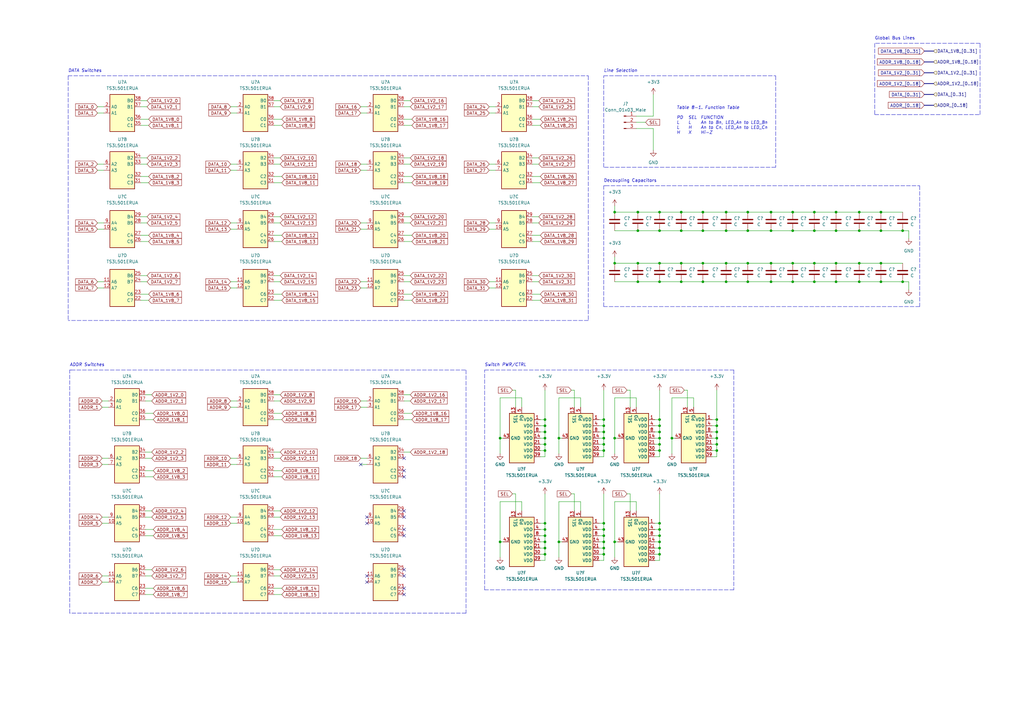
<source format=kicad_sch>
(kicad_sch (version 20211123) (generator eeschema)
  (paper "A3")
  (junction (at 361.315 94.615))
  (junction (at 297.815 94.615))
  (junction (at 306.705 107.95))
  (junction (at 270.51 86.995))
  (junction (at 294.005 179.705))
  (junction (at 223.52 184.785))
  (junction (at 270.51 227.33))
  (junction (at 247.65 184.785))
  (junction (at 247.65 172.085))
  (junction (at 279.4 86.995))
  (junction (at 325.12 86.995))
  (junction (at 247.65 182.245))
  (junction (at 247.65 214.63))
  (junction (at 361.315 107.95))
  (junction (at 306.705 115.57))
  (junction (at 352.425 94.615))
  (junction (at 252.095 222.25))
  (junction (at 294.005 174.625))
  (junction (at 294.005 182.245))
  (junction (at 279.4 107.95))
  (junction (at 342.9 115.57))
  (junction (at 306.705 94.615))
  (junction (at 270.51 182.245))
  (junction (at 261.62 86.995))
  (junction (at 270.51 174.625))
  (junction (at 334.01 94.615))
  (junction (at 352.425 107.95))
  (junction (at 247.65 177.165))
  (junction (at 270.51 219.71))
  (junction (at 275.59 179.705))
  (junction (at 352.425 86.995))
  (junction (at 316.23 115.57))
  (junction (at 270.51 214.63))
  (junction (at 306.705 86.995))
  (junction (at 270.51 172.085))
  (junction (at 223.52 179.705))
  (junction (at 334.01 115.57))
  (junction (at 342.9 94.615))
  (junction (at 288.29 86.995))
  (junction (at 361.315 115.57))
  (junction (at 334.01 86.995))
  (junction (at 316.23 94.615))
  (junction (at 270.51 217.17))
  (junction (at 334.01 107.95))
  (junction (at 297.815 115.57))
  (junction (at 352.425 115.57))
  (junction (at 288.29 94.615))
  (junction (at 297.815 107.95))
  (junction (at 370.205 94.615))
  (junction (at 261.62 94.615))
  (junction (at 247.65 227.33))
  (junction (at 270.51 107.95))
  (junction (at 279.4 94.615))
  (junction (at 247.65 219.71))
  (junction (at 247.65 217.17))
  (junction (at 297.815 86.995))
  (junction (at 223.52 174.625))
  (junction (at 252.095 107.95))
  (junction (at 223.52 224.79))
  (junction (at 247.65 224.79))
  (junction (at 270.51 224.79))
  (junction (at 270.51 179.705))
  (junction (at 361.315 86.995))
  (junction (at 247.65 222.25))
  (junction (at 294.005 184.785))
  (junction (at 270.51 94.615))
  (junction (at 252.095 179.705))
  (junction (at 205.105 222.25))
  (junction (at 279.4 115.57))
  (junction (at 229.235 179.705))
  (junction (at 223.52 222.25))
  (junction (at 342.9 107.95))
  (junction (at 261.62 115.57))
  (junction (at 205.105 179.705))
  (junction (at 294.005 177.165))
  (junction (at 325.12 94.615))
  (junction (at 229.235 222.25))
  (junction (at 270.51 184.785))
  (junction (at 294.005 172.085))
  (junction (at 288.29 107.95))
  (junction (at 252.095 86.995))
  (junction (at 288.29 115.57))
  (junction (at 325.12 107.95))
  (junction (at 223.52 219.71))
  (junction (at 270.51 222.25))
  (junction (at 247.65 179.705))
  (junction (at 316.23 86.995))
  (junction (at 270.51 115.57))
  (junction (at 316.23 107.95))
  (junction (at 223.52 172.085))
  (junction (at 223.52 177.165))
  (junction (at 325.12 115.57))
  (junction (at 370.205 115.57))
  (junction (at 270.51 177.165))
  (junction (at 342.9 86.995))
  (junction (at 223.52 182.245))
  (junction (at 261.62 107.95))
  (junction (at 223.52 227.33))
  (junction (at 247.65 174.625))
  (junction (at 223.52 214.63))
  (junction (at 223.52 217.17))
  (no_connect (at 165.735 193.04))
  (no_connect (at 165.735 187.96))
  (no_connect (at 147.955 190.5))
  (no_connect (at 165.735 195.58))
  (no_connect (at 165.735 217.17))
  (no_connect (at 165.735 219.71))
  (no_connect (at 150.495 214.63))
  (no_connect (at 165.735 209.55))
  (no_connect (at 150.495 212.09))
  (no_connect (at 165.735 212.09))
  (no_connect (at 165.735 236.22))
  (no_connect (at 165.735 243.84))
  (no_connect (at 165.735 233.68))
  (no_connect (at 165.735 241.3))
  (no_connect (at 150.495 236.22))
  (no_connect (at 150.495 238.76))
  (wire (pts (xy 260.985 47.625) (xy 267.97 47.625)))
  (wire (pts (xy 247.65 219.71) (xy 247.65 222.25)))
  (wire (pts (xy 218.44 67.31) (xy 220.98 67.31)))
  (wire (pts (xy 218.44 72.39) (xy 221.615 72.39)))
  (wire (pts (xy 245.745 187.325) (xy 247.65 187.325)))
  (wire (pts (xy 223.52 184.785) (xy 223.52 187.325)))
  (wire (pts (xy 252.095 94.615) (xy 261.62 94.615)))
  (wire (pts (xy 221.615 172.085) (xy 223.52 172.085)))
  (wire (pts (xy 59.69 169.545) (xy 62.865 169.545)))
  (wire (pts (xy 165.735 169.545) (xy 168.91 169.545)))
  (wire (pts (xy 275.59 179.705) (xy 276.86 179.705)))
  (wire (pts (xy 221.615 182.245) (xy 223.52 182.245)))
  (wire (pts (xy 40.005 43.815) (xy 42.545 43.815)))
  (wire (pts (xy 270.51 184.785) (xy 270.51 187.325)))
  (wire (pts (xy 361.315 86.995) (xy 370.205 86.995)))
  (polyline (pts (xy 401.955 46.99) (xy 401.955 17.78)))
  (wire (pts (xy 306.705 86.995) (xy 297.815 86.995)))
  (polyline (pts (xy 241.3 31.115) (xy 241.3 131.445)))
  (wire (pts (xy 223.52 174.625) (xy 223.52 177.165)))
  (wire (pts (xy 57.785 115.57) (xy 60.325 115.57)))
  (wire (pts (xy 57.785 43.815) (xy 60.325 43.815)))
  (wire (pts (xy 59.69 243.84) (xy 62.865 243.84)))
  (wire (pts (xy 57.785 91.44) (xy 60.325 91.44)))
  (wire (pts (xy 270.51 174.625) (xy 270.51 177.165)))
  (wire (pts (xy 260.985 50.165) (xy 264.795 50.165)))
  (wire (pts (xy 325.12 107.95) (xy 316.23 107.95)))
  (wire (pts (xy 279.4 94.615) (xy 288.29 94.615)))
  (polyline (pts (xy 318.135 31.115) (xy 318.135 68.58)))
  (wire (pts (xy 94.615 67.31) (xy 97.155 67.31)))
  (wire (pts (xy 112.395 169.545) (xy 115.57 169.545)))
  (wire (pts (xy 147.955 69.85) (xy 150.495 69.85)))
  (wire (pts (xy 218.44 120.65) (xy 221.615 120.65)))
  (wire (pts (xy 229.235 179.705) (xy 230.505 179.705)))
  (wire (pts (xy 57.785 51.435) (xy 60.96 51.435)))
  (wire (pts (xy 235.585 167.005) (xy 235.585 160.02)))
  (polyline (pts (xy 401.955 17.78) (xy 358.775 17.78)))
  (wire (pts (xy 147.955 187.96) (xy 150.495 187.96)))
  (wire (pts (xy 294.005 160.02) (xy 294.005 172.085)))
  (wire (pts (xy 252.095 179.705) (xy 252.095 186.055)))
  (wire (pts (xy 280.67 160.02) (xy 281.94 160.02)))
  (wire (pts (xy 112.395 193.04) (xy 115.57 193.04)))
  (wire (pts (xy 40.005 69.85) (xy 42.545 69.85)))
  (wire (pts (xy 165.735 41.275) (xy 168.275 41.275)))
  (wire (pts (xy 112.395 217.17) (xy 115.57 217.17)))
  (wire (pts (xy 147.955 46.355) (xy 150.495 46.355)))
  (polyline (pts (xy 358.775 17.78) (xy 358.775 46.99)))
  (wire (pts (xy 223.52 219.71) (xy 223.52 222.25)))
  (wire (pts (xy 270.51 214.63) (xy 270.51 217.17)))
  (wire (pts (xy 245.745 214.63) (xy 247.65 214.63)))
  (wire (pts (xy 213.995 163.195) (xy 205.105 163.195)))
  (wire (pts (xy 270.51 160.02) (xy 270.51 172.085)))
  (wire (pts (xy 147.955 93.98) (xy 150.495 93.98)))
  (wire (pts (xy 247.65 174.625) (xy 247.65 177.165)))
  (wire (pts (xy 112.395 64.77) (xy 114.935 64.77)))
  (wire (pts (xy 94.615 118.11) (xy 97.155 118.11)))
  (wire (pts (xy 165.735 172.085) (xy 168.91 172.085)))
  (wire (pts (xy 94.615 212.09) (xy 97.155 212.09)))
  (wire (pts (xy 245.745 174.625) (xy 247.65 174.625)))
  (wire (pts (xy 270.51 115.57) (xy 279.4 115.57)))
  (wire (pts (xy 325.12 94.615) (xy 334.01 94.615)))
  (wire (pts (xy 41.91 167.005) (xy 44.45 167.005)))
  (wire (pts (xy 165.735 96.52) (xy 168.91 96.52)))
  (wire (pts (xy 94.615 93.98) (xy 97.155 93.98)))
  (wire (pts (xy 252.095 163.195) (xy 252.095 179.705)))
  (wire (pts (xy 94.615 214.63) (xy 97.155 214.63)))
  (wire (pts (xy 252.095 222.25) (xy 253.365 222.25)))
  (wire (pts (xy 288.29 86.995) (xy 279.4 86.995)))
  (wire (pts (xy 221.615 184.785) (xy 223.52 184.785)))
  (wire (pts (xy 223.52 172.085) (xy 223.52 174.625)))
  (wire (pts (xy 94.615 91.44) (xy 97.155 91.44)))
  (wire (pts (xy 165.735 72.39) (xy 168.91 72.39)))
  (polyline (pts (xy 27.94 31.115) (xy 27.94 131.445)))
  (wire (pts (xy 165.735 161.925) (xy 168.275 161.925)))
  (wire (pts (xy 252.095 205.74) (xy 252.095 222.25)))
  (bus (pts (xy 379.095 25.4) (xy 382.905 25.4)))
  (wire (pts (xy 245.745 217.17) (xy 247.65 217.17)))
  (wire (pts (xy 59.69 172.085) (xy 62.865 172.085)))
  (wire (pts (xy 238.125 167.005) (xy 238.125 163.195)))
  (wire (pts (xy 112.395 209.55) (xy 114.935 209.55)))
  (wire (pts (xy 112.395 233.68) (xy 114.935 233.68)))
  (wire (pts (xy 94.615 43.815) (xy 97.155 43.815)))
  (wire (pts (xy 59.69 217.17) (xy 62.865 217.17)))
  (wire (pts (xy 112.395 187.96) (xy 114.935 187.96)))
  (wire (pts (xy 165.735 91.44) (xy 168.275 91.44)))
  (wire (pts (xy 94.615 190.5) (xy 97.155 190.5)))
  (wire (pts (xy 247.65 172.085) (xy 247.65 174.625)))
  (wire (pts (xy 260.985 209.55) (xy 260.985 205.74)))
  (wire (pts (xy 59.69 185.42) (xy 62.23 185.42)))
  (wire (pts (xy 94.615 236.22) (xy 97.155 236.22)))
  (wire (pts (xy 94.615 164.465) (xy 97.155 164.465)))
  (wire (pts (xy 40.005 115.57) (xy 42.545 115.57)))
  (wire (pts (xy 270.51 227.33) (xy 270.51 229.87)))
  (wire (pts (xy 221.615 222.25) (xy 223.52 222.25)))
  (wire (pts (xy 57.785 123.19) (xy 60.96 123.19)))
  (wire (pts (xy 221.615 179.705) (xy 223.52 179.705)))
  (wire (pts (xy 205.105 222.25) (xy 205.105 228.6)))
  (wire (pts (xy 112.395 74.93) (xy 115.57 74.93)))
  (wire (pts (xy 210.185 160.02) (xy 211.455 160.02)))
  (wire (pts (xy 147.955 190.5) (xy 150.495 190.5)))
  (wire (pts (xy 94.615 46.355) (xy 97.155 46.355)))
  (wire (pts (xy 252.095 179.705) (xy 253.365 179.705)))
  (wire (pts (xy 292.1 187.325) (xy 294.005 187.325)))
  (wire (pts (xy 247.65 214.63) (xy 247.65 217.17)))
  (wire (pts (xy 57.785 64.77) (xy 60.325 64.77)))
  (wire (pts (xy 235.585 209.55) (xy 235.585 202.565)))
  (wire (pts (xy 370.205 115.57) (xy 372.745 115.57)))
  (wire (pts (xy 94.615 187.96) (xy 97.155 187.96)))
  (wire (pts (xy 292.1 174.625) (xy 294.005 174.625)))
  (wire (pts (xy 205.105 222.25) (xy 206.375 222.25)))
  (wire (pts (xy 41.91 236.22) (xy 44.45 236.22)))
  (wire (pts (xy 316.23 115.57) (xy 325.12 115.57)))
  (wire (pts (xy 57.785 99.06) (xy 60.96 99.06)))
  (wire (pts (xy 165.735 120.65) (xy 168.91 120.65)))
  (wire (pts (xy 112.395 91.44) (xy 114.935 91.44)))
  (wire (pts (xy 147.955 67.31) (xy 150.495 67.31)))
  (wire (pts (xy 238.125 163.195) (xy 229.235 163.195)))
  (polyline (pts (xy 198.755 241.935) (xy 198.755 151.765)))
  (polyline (pts (xy 191.135 151.765) (xy 191.135 251.46)))
  (wire (pts (xy 372.745 115.57) (xy 372.745 118.745)))
  (wire (pts (xy 261.62 107.95) (xy 252.095 107.95)))
  (wire (pts (xy 247.65 222.25) (xy 247.65 224.79)))
  (wire (pts (xy 221.615 224.79) (xy 223.52 224.79)))
  (wire (pts (xy 284.48 163.195) (xy 275.59 163.195)))
  (wire (pts (xy 41.91 212.09) (xy 44.45 212.09)))
  (wire (pts (xy 223.52 160.02) (xy 223.52 172.085)))
  (wire (pts (xy 57.785 96.52) (xy 60.96 96.52)))
  (wire (pts (xy 57.785 88.9) (xy 60.325 88.9)))
  (wire (pts (xy 200.66 115.57) (xy 203.2 115.57)))
  (wire (pts (xy 297.815 94.615) (xy 306.705 94.615)))
  (wire (pts (xy 229.235 205.74) (xy 229.235 222.25)))
  (wire (pts (xy 270.51 222.25) (xy 270.51 224.79)))
  (wire (pts (xy 279.4 86.995) (xy 270.51 86.995)))
  (wire (pts (xy 221.615 229.87) (xy 223.52 229.87)))
  (wire (pts (xy 147.955 115.57) (xy 150.495 115.57)))
  (wire (pts (xy 229.235 222.25) (xy 229.235 228.6)))
  (polyline (pts (xy 318.135 68.58) (xy 247.65 68.58)))
  (wire (pts (xy 234.315 202.565) (xy 235.585 202.565)))
  (wire (pts (xy 316.23 94.615) (xy 325.12 94.615)))
  (wire (pts (xy 200.66 43.815) (xy 203.2 43.815)))
  (wire (pts (xy 279.4 115.57) (xy 288.29 115.57)))
  (wire (pts (xy 221.615 219.71) (xy 223.52 219.71)))
  (wire (pts (xy 229.235 179.705) (xy 229.235 186.055)))
  (wire (pts (xy 292.1 177.165) (xy 294.005 177.165)))
  (wire (pts (xy 270.51 177.165) (xy 270.51 179.705)))
  (wire (pts (xy 334.01 115.57) (xy 342.9 115.57)))
  (polyline (pts (xy 247.65 76.2) (xy 248.285 76.2)))
  (polyline (pts (xy 377.19 125.73) (xy 247.65 125.73)))
  (wire (pts (xy 252.095 107.95) (xy 252.095 105.41)))
  (wire (pts (xy 147.955 91.44) (xy 150.495 91.44)))
  (wire (pts (xy 260.985 167.005) (xy 260.985 163.195)))
  (wire (pts (xy 213.995 209.55) (xy 213.995 205.74)))
  (wire (pts (xy 294.005 177.165) (xy 294.005 179.705)))
  (wire (pts (xy 252.095 86.995) (xy 252.095 84.455)))
  (wire (pts (xy 59.69 187.96) (xy 62.23 187.96)))
  (wire (pts (xy 211.455 209.55) (xy 211.455 202.565)))
  (wire (pts (xy 165.735 48.895) (xy 168.91 48.895)))
  (wire (pts (xy 165.735 113.03) (xy 168.275 113.03)))
  (wire (pts (xy 325.12 86.995) (xy 316.23 86.995)))
  (wire (pts (xy 234.315 160.02) (xy 235.585 160.02)))
  (wire (pts (xy 147.955 167.005) (xy 150.495 167.005)))
  (wire (pts (xy 165.735 64.77) (xy 168.275 64.77)))
  (wire (pts (xy 279.4 107.95) (xy 270.51 107.95)))
  (wire (pts (xy 221.615 217.17) (xy 223.52 217.17)))
  (wire (pts (xy 267.97 38.735) (xy 267.97 47.625)))
  (wire (pts (xy 294.005 182.245) (xy 294.005 184.785)))
  (wire (pts (xy 205.105 205.74) (xy 205.105 222.25)))
  (wire (pts (xy 112.395 195.58) (xy 115.57 195.58)))
  (wire (pts (xy 316.23 86.995) (xy 306.705 86.995)))
  (polyline (pts (xy 377.19 76.2) (xy 377.19 125.73)))
  (wire (pts (xy 334.01 86.995) (xy 325.12 86.995)))
  (wire (pts (xy 57.785 67.31) (xy 60.325 67.31)))
  (wire (pts (xy 245.745 172.085) (xy 247.65 172.085)))
  (wire (pts (xy 245.745 219.71) (xy 247.65 219.71)))
  (bus (pts (xy 379.095 20.955) (xy 382.905 20.955)))
  (wire (pts (xy 112.395 96.52) (xy 115.57 96.52)))
  (wire (pts (xy 292.1 179.705) (xy 294.005 179.705)))
  (wire (pts (xy 210.185 202.565) (xy 211.455 202.565)))
  (wire (pts (xy 294.005 184.785) (xy 294.005 187.325)))
  (wire (pts (xy 268.605 224.79) (xy 270.51 224.79)))
  (wire (pts (xy 292.1 184.785) (xy 294.005 184.785)))
  (wire (pts (xy 112.395 243.84) (xy 115.57 243.84)))
  (wire (pts (xy 57.785 72.39) (xy 60.96 72.39)))
  (wire (pts (xy 94.615 238.76) (xy 97.155 238.76)))
  (wire (pts (xy 165.735 74.93) (xy 168.91 74.93)))
  (wire (pts (xy 41.91 214.63) (xy 44.45 214.63)))
  (wire (pts (xy 257.175 160.02) (xy 258.445 160.02)))
  (wire (pts (xy 294.005 179.705) (xy 294.005 182.245)))
  (wire (pts (xy 325.12 115.57) (xy 334.01 115.57)))
  (wire (pts (xy 342.9 107.95) (xy 334.01 107.95)))
  (wire (pts (xy 229.235 163.195) (xy 229.235 179.705)))
  (wire (pts (xy 352.425 107.95) (xy 361.315 107.95)))
  (wire (pts (xy 221.615 227.33) (xy 223.52 227.33)))
  (polyline (pts (xy 253.365 31.115) (xy 318.135 31.115)))
  (wire (pts (xy 205.105 179.705) (xy 205.105 186.055)))
  (wire (pts (xy 221.615 174.625) (xy 223.52 174.625)))
  (wire (pts (xy 294.005 172.085) (xy 294.005 174.625)))
  (wire (pts (xy 245.745 229.87) (xy 247.65 229.87)))
  (wire (pts (xy 342.9 94.615) (xy 352.425 94.615)))
  (wire (pts (xy 218.44 96.52) (xy 221.615 96.52)))
  (wire (pts (xy 334.01 94.615) (xy 342.9 94.615)))
  (wire (pts (xy 57.785 41.275) (xy 60.325 41.275)))
  (wire (pts (xy 59.69 209.55) (xy 62.23 209.55)))
  (wire (pts (xy 270.51 224.79) (xy 270.51 227.33)))
  (wire (pts (xy 223.52 227.33) (xy 223.52 229.87)))
  (polyline (pts (xy 247.65 31.115) (xy 253.365 31.115)))
  (wire (pts (xy 275.59 163.195) (xy 275.59 179.705)))
  (wire (pts (xy 268.605 177.165) (xy 270.51 177.165)))
  (wire (pts (xy 247.65 182.245) (xy 247.65 184.785)))
  (wire (pts (xy 270.51 107.95) (xy 261.62 107.95)))
  (wire (pts (xy 261.62 115.57) (xy 270.51 115.57)))
  (wire (pts (xy 94.615 167.005) (xy 97.155 167.005)))
  (wire (pts (xy 200.66 69.85) (xy 203.2 69.85)))
  (wire (pts (xy 247.65 224.79) (xy 247.65 227.33)))
  (wire (pts (xy 40.005 93.98) (xy 42.545 93.98)))
  (wire (pts (xy 270.51 202.565) (xy 270.51 214.63)))
  (wire (pts (xy 247.65 179.705) (xy 247.65 182.245)))
  (wire (pts (xy 112.395 113.03) (xy 114.935 113.03)))
  (wire (pts (xy 57.785 120.65) (xy 60.96 120.65)))
  (polyline (pts (xy 29.21 151.765) (xy 191.135 151.765)))
  (wire (pts (xy 112.395 51.435) (xy 115.57 51.435)))
  (wire (pts (xy 245.745 227.33) (xy 247.65 227.33)))
  (wire (pts (xy 200.66 118.11) (xy 203.2 118.11)))
  (wire (pts (xy 245.745 179.705) (xy 247.65 179.705)))
  (wire (pts (xy 112.395 161.925) (xy 114.935 161.925)))
  (wire (pts (xy 213.995 167.005) (xy 213.995 163.195)))
  (polyline (pts (xy 241.3 131.445) (xy 27.94 131.445)))
  (polyline (pts (xy 300.99 241.935) (xy 198.755 241.935)))
  (wire (pts (xy 59.69 236.22) (xy 62.23 236.22)))
  (wire (pts (xy 361.315 107.95) (xy 370.205 107.95)))
  (bus (pts (xy 379.095 34.29) (xy 382.905 34.29)))
  (wire (pts (xy 218.44 99.06) (xy 221.615 99.06)))
  (wire (pts (xy 342.9 86.995) (xy 334.01 86.995)))
  (wire (pts (xy 221.615 177.165) (xy 223.52 177.165)))
  (wire (pts (xy 218.44 48.895) (xy 221.615 48.895)))
  (wire (pts (xy 342.9 115.57) (xy 352.425 115.57)))
  (wire (pts (xy 268.605 182.245) (xy 270.51 182.245)))
  (wire (pts (xy 223.52 214.63) (xy 223.52 217.17)))
  (wire (pts (xy 165.735 164.465) (xy 168.275 164.465)))
  (bus (pts (xy 379.095 43.18) (xy 382.905 43.18)))
  (wire (pts (xy 270.51 182.245) (xy 270.51 184.785)))
  (polyline (pts (xy 27.94 31.115) (xy 241.3 31.115)))
  (wire (pts (xy 40.005 118.11) (xy 42.545 118.11)))
  (wire (pts (xy 223.52 217.17) (xy 223.52 219.71)))
  (wire (pts (xy 247.65 227.33) (xy 247.65 229.87)))
  (wire (pts (xy 112.395 212.09) (xy 114.935 212.09)))
  (wire (pts (xy 352.425 115.57) (xy 361.315 115.57)))
  (wire (pts (xy 165.735 185.42) (xy 168.275 185.42)))
  (wire (pts (xy 218.44 115.57) (xy 220.98 115.57)))
  (wire (pts (xy 245.745 182.245) (xy 247.65 182.245)))
  (wire (pts (xy 370.205 94.615) (xy 372.745 94.615)))
  (wire (pts (xy 59.69 161.925) (xy 62.23 161.925)))
  (wire (pts (xy 41.91 164.465) (xy 44.45 164.465)))
  (wire (pts (xy 112.395 120.65) (xy 115.57 120.65)))
  (wire (pts (xy 112.395 48.895) (xy 115.57 48.895)))
  (wire (pts (xy 361.315 115.57) (xy 370.205 115.57)))
  (wire (pts (xy 238.125 205.74) (xy 229.235 205.74)))
  (wire (pts (xy 40.005 91.44) (xy 42.545 91.44)))
  (polyline (pts (xy 28.575 151.765) (xy 29.21 151.765)))
  (wire (pts (xy 205.105 179.705) (xy 206.375 179.705)))
  (wire (pts (xy 297.815 86.995) (xy 288.29 86.995)))
  (wire (pts (xy 297.815 115.57) (xy 306.705 115.57)))
  (wire (pts (xy 223.52 182.245) (xy 223.52 184.785)))
  (wire (pts (xy 268.605 217.17) (xy 270.51 217.17)))
  (bus (pts (xy 379.095 38.735) (xy 382.905 38.735)))
  (wire (pts (xy 165.735 88.9) (xy 168.275 88.9)))
  (wire (pts (xy 59.69 193.04) (xy 62.865 193.04)))
  (wire (pts (xy 223.52 224.79) (xy 223.52 227.33)))
  (wire (pts (xy 112.395 41.275) (xy 114.935 41.275)))
  (wire (pts (xy 352.425 86.995) (xy 342.9 86.995)))
  (wire (pts (xy 288.29 115.57) (xy 297.815 115.57)))
  (wire (pts (xy 260.985 163.195) (xy 252.095 163.195)))
  (wire (pts (xy 267.97 52.705) (xy 267.97 61.595)))
  (wire (pts (xy 221.615 187.325) (xy 223.52 187.325)))
  (wire (pts (xy 247.65 160.02) (xy 247.65 172.085)))
  (wire (pts (xy 165.735 115.57) (xy 168.275 115.57)))
  (wire (pts (xy 258.445 167.005) (xy 258.445 160.02)))
  (wire (pts (xy 223.52 222.25) (xy 223.52 224.79)))
  (wire (pts (xy 334.01 107.95) (xy 325.12 107.95)))
  (wire (pts (xy 59.69 233.68) (xy 62.23 233.68)))
  (wire (pts (xy 112.395 219.71) (xy 115.57 219.71)))
  (wire (pts (xy 200.66 46.355) (xy 203.2 46.355)))
  (wire (pts (xy 297.815 107.95) (xy 288.29 107.95)))
  (wire (pts (xy 260.985 52.705) (xy 267.97 52.705)))
  (wire (pts (xy 94.615 115.57) (xy 97.155 115.57)))
  (wire (pts (xy 147.955 164.465) (xy 150.495 164.465)))
  (wire (pts (xy 270.51 172.085) (xy 270.51 174.625)))
  (wire (pts (xy 281.94 167.005) (xy 281.94 160.02)))
  (wire (pts (xy 261.62 94.615) (xy 270.51 94.615)))
  (wire (pts (xy 218.44 113.03) (xy 220.98 113.03)))
  (wire (pts (xy 306.705 115.57) (xy 316.23 115.57)))
  (wire (pts (xy 218.44 64.77) (xy 220.98 64.77)))
  (wire (pts (xy 288.29 94.615) (xy 297.815 94.615)))
  (wire (pts (xy 372.745 94.615) (xy 372.745 97.79)))
  (wire (pts (xy 316.23 107.95) (xy 306.705 107.95)))
  (wire (pts (xy 260.985 205.74) (xy 252.095 205.74)))
  (wire (pts (xy 40.005 67.31) (xy 42.545 67.31)))
  (bus (pts (xy 379.095 29.845) (xy 382.905 29.845)))
  (wire (pts (xy 59.69 241.3) (xy 62.865 241.3)))
  (wire (pts (xy 292.1 182.245) (xy 294.005 182.245)))
  (wire (pts (xy 268.605 229.87) (xy 270.51 229.87)))
  (wire (pts (xy 218.44 41.275) (xy 220.98 41.275)))
  (wire (pts (xy 352.425 94.615) (xy 361.315 94.615)))
  (wire (pts (xy 94.615 69.85) (xy 97.155 69.85)))
  (wire (pts (xy 268.605 219.71) (xy 270.51 219.71)))
  (wire (pts (xy 165.735 43.815) (xy 168.275 43.815)))
  (wire (pts (xy 112.395 88.9) (xy 114.935 88.9)))
  (wire (pts (xy 59.69 195.58) (xy 62.865 195.58)))
  (wire (pts (xy 218.44 88.9) (xy 220.98 88.9)))
  (polyline (pts (xy 198.755 151.765) (xy 300.99 151.765)))
  (polyline (pts (xy 247.65 125.73) (xy 247.65 76.2)))
  (wire (pts (xy 112.395 72.39) (xy 115.57 72.39)))
  (wire (pts (xy 275.59 179.705) (xy 275.59 186.055)))
  (wire (pts (xy 252.095 115.57) (xy 261.62 115.57)))
  (wire (pts (xy 247.65 184.785) (xy 247.65 187.325)))
  (wire (pts (xy 200.66 91.44) (xy 203.2 91.44)))
  (wire (pts (xy 147.955 118.11) (xy 150.495 118.11)))
  (polyline (pts (xy 191.135 251.46) (xy 28.575 251.46)))
  (polyline (pts (xy 28.575 251.46) (xy 28.575 151.765)))
  (polyline (pts (xy 247.65 68.58) (xy 247.65 31.115)))
  (wire (pts (xy 41.91 238.76) (xy 44.45 238.76)))
  (wire (pts (xy 200.66 93.98) (xy 203.2 93.98)))
  (wire (pts (xy 268.605 179.705) (xy 270.51 179.705)))
  (wire (pts (xy 288.29 107.95) (xy 279.4 107.95)))
  (wire (pts (xy 200.66 67.31) (xy 203.2 67.31)))
  (wire (pts (xy 165.735 67.31) (xy 168.275 67.31)))
  (wire (pts (xy 57.785 74.93) (xy 60.96 74.93)))
  (wire (pts (xy 352.425 86.995) (xy 361.315 86.995)))
  (wire (pts (xy 112.395 164.465) (xy 114.935 164.465)))
  (wire (pts (xy 41.91 187.96) (xy 44.45 187.96)))
  (wire (pts (xy 352.425 107.95) (xy 342.9 107.95)))
  (wire (pts (xy 59.69 164.465) (xy 62.23 164.465)))
  (wire (pts (xy 245.745 224.79) (xy 247.65 224.79)))
  (wire (pts (xy 218.44 51.435) (xy 221.615 51.435)))
  (wire (pts (xy 213.995 205.74) (xy 205.105 205.74)))
  (wire (pts (xy 247.65 217.17) (xy 247.65 219.71)))
  (wire (pts (xy 238.125 209.55) (xy 238.125 205.74)))
  (wire (pts (xy 261.62 86.995) (xy 252.095 86.995)))
  (wire (pts (xy 245.745 222.25) (xy 247.65 222.25)))
  (wire (pts (xy 112.395 185.42) (xy 114.935 185.42)))
  (wire (pts (xy 252.095 222.25) (xy 252.095 228.6)))
  (wire (pts (xy 205.105 163.195) (xy 205.105 179.705)))
  (polyline (pts (xy 300.99 151.765) (xy 300.99 241.935)))
  (wire (pts (xy 218.44 43.815) (xy 220.98 43.815)))
  (wire (pts (xy 270.51 179.705) (xy 270.51 182.245)))
  (wire (pts (xy 258.445 209.55) (xy 258.445 202.565)))
  (wire (pts (xy 268.605 222.25) (xy 270.51 222.25)))
  (wire (pts (xy 223.52 202.565) (xy 223.52 214.63)))
  (wire (pts (xy 211.455 167.005) (xy 211.455 160.02)))
  (wire (pts (xy 40.005 46.355) (xy 42.545 46.355)))
  (wire (pts (xy 112.395 99.06) (xy 115.57 99.06)))
  (wire (pts (xy 57.785 113.03) (xy 60.325 113.03)))
  (wire (pts (xy 218.44 123.19) (xy 221.615 123.19)))
  (polyline (pts (xy 248.285 76.2) (xy 377.19 76.2)))
  (wire (pts (xy 229.235 222.25) (xy 230.505 222.25)))
  (wire (pts (xy 112.395 115.57) (xy 114.935 115.57)))
  (wire (pts (xy 270.51 217.17) (xy 270.51 219.71)))
  (wire (pts (xy 245.745 177.165) (xy 247.65 177.165)))
  (wire (pts (xy 165.735 99.06) (xy 168.91 99.06)))
  (wire (pts (xy 257.175 202.565) (xy 258.445 202.565)))
  (wire (pts (xy 112.395 123.19) (xy 115.57 123.19)))
  (wire (pts (xy 268.605 227.33) (xy 270.51 227.33)))
  (wire (pts (xy 361.315 94.615) (xy 370.205 94.615)))
  (wire (pts (xy 245.745 184.785) (xy 247.65 184.785)))
  (wire (pts (xy 59.69 219.71) (xy 62.865 219.71)))
  (wire (pts (xy 112.395 172.085) (xy 115.57 172.085)))
  (wire (pts (xy 218.44 74.93) (xy 221.615 74.93)))
  (wire (pts (xy 221.615 214.63) (xy 223.52 214.63)))
  (wire (pts (xy 147.955 43.815) (xy 150.495 43.815)))
  (wire (pts (xy 268.605 174.625) (xy 270.51 174.625)))
  (wire (pts (xy 223.52 179.705) (xy 223.52 182.245)))
  (wire (pts (xy 270.51 94.615) (xy 279.4 94.615)))
  (wire (pts (xy 268.605 214.63) (xy 270.51 214.63)))
  (wire (pts (xy 112.395 241.3) (xy 115.57 241.3)))
  (wire (pts (xy 268.605 187.325) (xy 270.51 187.325)))
  (wire (pts (xy 112.395 67.31) (xy 114.935 67.31)))
  (wire (pts (xy 218.44 91.44) (xy 220.98 91.44)))
  (wire (pts (xy 223.52 177.165) (xy 223.52 179.705)))
  (wire (pts (xy 270.51 219.71) (xy 270.51 222.25)))
  (wire (pts (xy 292.1 172.085) (xy 294.005 172.085)))
  (wire (pts (xy 247.65 177.165) (xy 247.65 179.705)))
  (wire (pts (xy 306.705 94.615) (xy 316.23 94.615)))
  (wire (pts (xy 165.735 51.435) (xy 168.91 51.435)))
  (wire (pts (xy 247.65 202.565) (xy 247.65 214.63)))
  (wire (pts (xy 270.51 86.995) (xy 261.62 86.995)))
  (polyline (pts (xy 358.775 46.99) (xy 401.955 46.99)))
  (wire (pts (xy 112.395 43.815) (xy 114.935 43.815)))
  (wire (pts (xy 268.605 184.785) (xy 270.51 184.785)))
  (wire (pts (xy 268.605 172.085) (xy 270.51 172.085)))
  (wire (pts (xy 165.735 123.19) (xy 168.91 123.19)))
  (wire (pts (xy 294.005 174.625) (xy 294.005 177.165)))
  (wire (pts (xy 112.395 236.22) (xy 114.935 236.22)))
  (wire (pts (xy 284.48 167.005) (xy 284.48 163.195)))
  (wire (pts (xy 41.91 190.5) (xy 44.45 190.5)))
  (wire (pts (xy 59.69 212.09) (xy 62.23 212.09)))
  (wire (pts (xy 306.705 107.95) (xy 297.815 107.95)))
  (wire (pts (xy 57.785 48.895) (xy 60.96 48.895)))
  (text "Decoupling Capacitors" (at 247.65 74.93 0) (effects (font (size 1.27 1.27)) (justify left bottom)))
  (text "Table 8-1. Function Table\n\nPD	SEL	FUNCTION\nL 	L 	An to Bn, LED_An to LED_Bn\nL 	H 	An to Cn, LED_An to LED_Cn\nH 	X 	Hi-Z" (at 277.495 55.245 0) (effects (font (size 1.27 1.27) italic) (justify left bottom)))
  (text "DATA Switches" (at 27.94 29.845 0) (effects (font (size 1.27 1.27) italic) (justify left bottom)))
  (text "Switch PWR/CTRL" (at 198.755 150.495 0) (effects (font (size 1.27 1.27) italic) (justify left bottom)))
  (text "Line Selection" (at 247.65 29.845 0) (effects (font (size 1.27 1.27) italic) (justify left bottom)))
  (text "ADDR Switches" (at 28.575 150.495 0) (effects (font (size 1.27 1.27) italic) (justify left bottom)))
  (text "Global Bus Lines" (at 358.775 16.51 0) (effects (font (size 1.27 1.27)) (justify left bottom)))
  (global_label "DATA_1V2_13" (shape input) (at 114.935 91.44 0) (property "Intersheet References" "${INTERSHEET_REFS}" (effects hide)))
  (global_label "ADDR_1V2_16" (shape input) (at 168.275 161.925 0) (property "Intersheet References" "${INTERSHEET_REFS}" (effects hide)))
  (global_label "DATA_1V8_22" (shape input) (at 168.91 120.65 0) (property "Intersheet References" "${INTERSHEET_REFS}" (effects hide)))
  (global_label "DATA_1V8_5" (shape input) (at 60.96 99.06 0) (property "Intersheet References" "${INTERSHEET_REFS}" (effects hide)))
  (global_label "DATA_1V8_15" (shape input) (at 115.57 123.19 0) (property "Intersheet References" "${INTERSHEET_REFS}" (effects hide)))
  (global_label "ADDR_1V8_11" (shape input) (at 115.57 195.58 0) (property "Intersheet References" "${INTERSHEET_REFS}" (effects hide)))
  (global_label "DATA_11" (shape input) (at 94.615 69.85 180) (property "Intersheet References" "${INTERSHEET_REFS}" (effects hide)))
  (global_label "DATA_1V2_11" (shape input) (at 114.935 67.31 0) (property "Intersheet References" "${INTERSHEET_REFS}" (effects hide)))
  (global_label "ADDR_1V2_0" (shape input) (at 62.23 161.925 0) (property "Intersheet References" "${INTERSHEET_REFS}" (effects hide)))
  (global_label "ADDR_1V8_3" (shape input) (at 62.865 195.58 0) (property "Intersheet References" "${INTERSHEET_REFS}" (effects hide)))
  (global_label "DATA_27" (shape input) (at 200.66 69.85 180) (property "Intersheet References" "${INTERSHEET_REFS}" (effects hide)))
  (global_label "DATA_1V2_9" (shape input) (at 114.935 43.815 0) (property "Intersheet References" "${INTERSHEET_REFS}" (effects hide)))
  (global_label "DATA_1V2_16" (shape input) (at 168.275 41.275 0) (property "Intersheet References" "${INTERSHEET_REFS}" (effects hide)))
  (global_label "DATA_21" (shape input) (at 147.955 93.98 180) (property "Intersheet References" "${INTERSHEET_REFS}" (effects hide)))
  (global_label "ADDR_1V2_5" (shape input) (at 62.23 212.09 0) (property "Intersheet References" "${INTERSHEET_REFS}" (effects hide)))
  (global_label "DATA_1V8_21" (shape input) (at 168.91 99.06 0) (property "Intersheet References" "${INTERSHEET_REFS}" (effects hide)))
  (global_label "ADDR_1V8_8" (shape input) (at 115.57 169.545 0) (property "Intersheet References" "${INTERSHEET_REFS}" (effects hide)))
  (global_label "ADDR_6" (shape input) (at 41.91 236.22 180) (property "Intersheet References" "${INTERSHEET_REFS}" (effects hide)))
  (global_label "DATA_1V2_17" (shape input) (at 168.275 43.815 0) (property "Intersheet References" "${INTERSHEET_REFS}" (effects hide)))
  (global_label "ADDR_1V2_6" (shape input) (at 62.23 233.68 0) (property "Intersheet References" "${INTERSHEET_REFS}" (effects hide)))
  (global_label "ADDR_1V8_4" (shape input) (at 62.865 217.17 0) (property "Intersheet References" "${INTERSHEET_REFS}" (effects hide)))
  (global_label "ADDR_[0..18]" (shape input) (at 379.095 43.18 180) (property "Intersheet References" "${INTERSHEET_REFS}" (effects hide)))
  (global_label "DATA_6" (shape input) (at 40.005 115.57 180) (property "Intersheet References" "${INTERSHEET_REFS}" (effects hide)))
  (global_label "DATA_1V2_2" (shape input) (at 60.325 64.77 0) (property "Intersheet References" "${INTERSHEET_REFS}" (effects hide)))
  (global_label "SEL" (shape input) (at 257.175 160.02 180) (property "Intersheet References" "${INTERSHEET_REFS}" (effects hide)))
  (global_label "SEL" (shape input) (at 280.67 160.02 180) (property "Intersheet References" "${INTERSHEET_REFS}" (effects hide)))
  (global_label "DATA_31" (shape input) (at 200.66 118.11 180) (property "Intersheet References" "${INTERSHEET_REFS}" (effects hide)))
  (global_label "DATA_1V8_19" (shape input) (at 168.91 74.93 0) (property "Intersheet References" "${INTERSHEET_REFS}" (effects hide)))
  (global_label "SEL" (shape input) (at 264.795 50.165 0) (property "Intersheet References" "${INTERSHEET_REFS}" (effects hide)))
  (global_label "DATA_15" (shape input) (at 94.615 118.11 180) (property "Intersheet References" "${INTERSHEET_REFS}" (effects hide)))
  (global_label "ADDR_1V8_[0..18]" (shape input) (at 379.095 25.4 180) (property "Intersheet References" "${INTERSHEET_REFS}" (effects hide)))
  (global_label "DATA_4" (shape input) (at 40.005 91.44 180) (property "Intersheet References" "${INTERSHEET_REFS}" (effects hide)))
  (global_label "DATA_1V8_27" (shape input) (at 221.615 74.93 0) (property "Intersheet References" "${INTERSHEET_REFS}" (effects hide)))
  (global_label "DATA_10" (shape input) (at 94.615 67.31 180) (property "Intersheet References" "${INTERSHEET_REFS}" (effects hide)))
  (global_label "ADDR_1V8_15" (shape input) (at 115.57 243.84 0) (property "Intersheet References" "${INTERSHEET_REFS}" (effects hide)))
  (global_label "DATA_1V2_29" (shape input) (at 220.98 91.44 0) (property "Intersheet References" "${INTERSHEET_REFS}" (effects hide)))
  (global_label "ADDR_8" (shape input) (at 94.615 164.465 180) (property "Intersheet References" "${INTERSHEET_REFS}" (effects hide)))
  (global_label "ADDR_1V2_8" (shape input) (at 114.935 161.925 0) (property "Intersheet References" "${INTERSHEET_REFS}" (effects hide)))
  (global_label "ADDR_15" (shape input) (at 94.615 238.76 180) (property "Intersheet References" "${INTERSHEET_REFS}" (effects hide)))
  (global_label "DATA_1V8_13" (shape input) (at 115.57 99.06 0) (property "Intersheet References" "${INTERSHEET_REFS}" (effects hide)))
  (global_label "ADDR_1V8_12" (shape input) (at 115.57 217.17 0) (property "Intersheet References" "${INTERSHEET_REFS}" (effects hide)))
  (global_label "ADDR_1V2_14" (shape input) (at 114.935 233.68 0) (property "Intersheet References" "${INTERSHEET_REFS}" (effects hide)))
  (global_label "ADDR_1V2_15" (shape input) (at 114.935 236.22 0) (property "Intersheet References" "${INTERSHEET_REFS}" (effects hide)))
  (global_label "DATA_1V2_12" (shape input) (at 114.935 88.9 0) (property "Intersheet References" "${INTERSHEET_REFS}" (effects hide)))
  (global_label "ADDR_17" (shape input) (at 147.955 167.005 180) (property "Intersheet References" "${INTERSHEET_REFS}" (effects hide)))
  (global_label "ADDR_1V8_2" (shape input) (at 62.865 193.04 0) (property "Intersheet References" "${INTERSHEET_REFS}" (effects hide)))
  (global_label "SEL" (shape input) (at 210.185 202.565 180) (property "Intersheet References" "${INTERSHEET_REFS}" (effects hide)))
  (global_label "ADDR_1V8_9" (shape input) (at 115.57 172.085 0) (property "Intersheet References" "${INTERSHEET_REFS}" (effects hide)))
  (global_label "DATA_0" (shape input) (at 40.005 43.815 180) (property "Intersheet References" "${INTERSHEET_REFS}" (effects hide)))
  (global_label "DATA_1V8_18" (shape input) (at 168.91 72.39 0) (property "Intersheet References" "${INTERSHEET_REFS}" (effects hide)))
  (global_label "ADDR_1V8_6" (shape input) (at 62.865 241.3 0) (property "Intersheet References" "${INTERSHEET_REFS}" (effects hide)))
  (global_label "SEL" (shape input) (at 257.175 202.565 180) (property "Intersheet References" "${INTERSHEET_REFS}" (effects hide)))
  (global_label "ADDR_5" (shape input) (at 41.91 214.63 180) (property "Intersheet References" "${INTERSHEET_REFS}" (effects hide)))
  (global_label "DATA_1V8_12" (shape input) (at 115.57 96.52 0) (property "Intersheet References" "${INTERSHEET_REFS}" (effects hide)))
  (global_label "ADDR_1V8_10" (shape input) (at 115.57 193.04 0) (property "Intersheet References" "${INTERSHEET_REFS}" (effects hide)))
  (global_label "ADDR_1V2_11" (shape input) (at 114.935 187.96 0) (property "Intersheet References" "${INTERSHEET_REFS}" (effects hide)))
  (global_label "DATA_19" (shape input) (at 147.955 69.85 180) (property "Intersheet References" "${INTERSHEET_REFS}" (effects hide)))
  (global_label "DATA_1V8_25" (shape input) (at 221.615 51.435 0) (property "Intersheet References" "${INTERSHEET_REFS}" (effects hide)))
  (global_label "ADDR_1V2_18" (shape input) (at 168.275 185.42 0) (property "Intersheet References" "${INTERSHEET_REFS}" (effects hide)))
  (global_label "DATA_29" (shape input) (at 200.66 93.98 180) (property "Intersheet References" "${INTERSHEET_REFS}" (effects hide)))
  (global_label "DATA_30" (shape input) (at 200.66 115.57 180) (property "Intersheet References" "${INTERSHEET_REFS}" (effects hide)))
  (global_label "ADDR_10" (shape input) (at 94.615 187.96 180) (property "Intersheet References" "${INTERSHEET_REFS}" (effects hide)))
  (global_label "DATA_[0..31]" (shape input) (at 379.095 38.735 180) (property "Intersheet References" "${INTERSHEET_REFS}" (effects hide)))
  (global_label "ADDR_1V8_16" (shape input) (at 168.91 169.545 0) (property "Intersheet References" "${INTERSHEET_REFS}" (effects hide)))
  (global_label "ADDR_1V8_0" (shape input) (at 62.865 169.545 0) (property "Intersheet References" "${INTERSHEET_REFS}" (effects hide)))
  (global_label "ADDR_1V2_[0..18]" (shape input) (at 379.095 34.29 180) (property "Intersheet References" "${INTERSHEET_REFS}" (effects hide)))
  (global_label "DATA_1V2_27" (shape input) (at 220.98 67.31 0) (property "Intersheet References" "${INTERSHEET_REFS}" (effects hide)))
  (global_label "DATA_1V2_22" (shape input) (at 168.275 113.03 0) (property "Intersheet References" "${INTERSHEET_REFS}" (effects hide)))
  (global_label "DATA_14" (shape input) (at 94.615 115.57 180) (property "Intersheet References" "${INTERSHEET_REFS}" (effects hide)))
  (global_label "ADDR_9" (shape input) (at 94.615 167.005 180) (property "Intersheet References" "${INTERSHEET_REFS}" (effects hide)))
  (global_label "ADDR_1V8_17" (shape input) (at 168.91 172.085 0) (property "Intersheet References" "${INTERSHEET_REFS}" (effects hide)))
  (global_label "SEL" (shape input) (at 234.315 160.02 180) (property "Intersheet References" "${INTERSHEET_REFS}" (effects hide)))
  (global_label "DATA_1V8_2" (shape input) (at 60.96 72.39 0) (property "Intersheet References" "${INTERSHEET_REFS}" (effects hide)))
  (global_label "ADDR_16" (shape input) (at 147.955 164.465 180) (property "Intersheet References" "${INTERSHEET_REFS}" (effects hide)))
  (global_label "ADDR_1V2_13" (shape input) (at 114.935 212.09 0) (property "Intersheet References" "${INTERSHEET_REFS}" (effects hide)))
  (global_label "DATA_12" (shape input) (at 94.615 91.44 180) (property "Intersheet References" "${INTERSHEET_REFS}" (effects hide)))
  (global_label "ADDR_0" (shape input) (at 41.91 164.465 180) (property "Intersheet References" "${INTERSHEET_REFS}" (effects hide)))
  (global_label "ADDR_1V2_9" (shape input) (at 114.935 164.465 0) (property "Intersheet References" "${INTERSHEET_REFS}" (effects hide)))
  (global_label "DATA_1V2_[0..31]" (shape input) (at 379.095 29.845 180) (property "Intersheet References" "${INTERSHEET_REFS}" (effects hide)))
  (global_label "DATA_1V2_15" (shape input) (at 114.935 115.57 0) (property "Intersheet References" "${INTERSHEET_REFS}" (effects hide)))
  (global_label "DATA_1V8_10" (shape input) (at 115.57 72.39 0) (property "Intersheet References" "${INTERSHEET_REFS}" (effects hide)))
  (global_label "ADDR_1V8_5" (shape input) (at 62.865 219.71 0) (property "Intersheet References" "${INTERSHEET_REFS}" (effects hide)))
  (global_label "DATA_1V2_6" (shape input) (at 60.325 113.03 0) (property "Intersheet References" "${INTERSHEET_REFS}" (effects hide)))
  (global_label "ADDR_2" (shape input) (at 41.91 187.96 180) (property "Intersheet References" "${INTERSHEET_REFS}" (effects hide)))
  (global_label "DATA_20" (shape input) (at 147.955 91.44 180) (property "Intersheet References" "${INTERSHEET_REFS}" (effects hide)))
  (global_label "DATA_1V8_30" (shape input) (at 221.615 120.65 0) (property "Intersheet References" "${INTERSHEET_REFS}" (effects hide)))
  (global_label "DATA_1V8_29" (shape input) (at 221.615 99.06 0) (property "Intersheet References" "${INTERSHEET_REFS}" (effects hide)))
  (global_label "DATA_1V8_1" (shape input) (at 60.96 51.435 0) (property "Intersheet References" "${INTERSHEET_REFS}" (effects hide)))
  (global_label "DATA_1V8_7" (shape input) (at 60.96 123.19 0) (property "Intersheet References" "${INTERSHEET_REFS}" (effects hide)))
  (global_label "DATA_1V2_25" (shape input) (at 220.98 43.815 0) (property "Intersheet References" "${INTERSHEET_REFS}" (effects hide)))
  (global_label "ADDR_1V8_14" (shape input) (at 115.57 241.3 0) (property "Intersheet References" "${INTERSHEET_REFS}" (effects hide)))
  (global_label "DATA_1V2_26" (shape input) (at 220.98 64.77 0) (property "Intersheet References" "${INTERSHEET_REFS}" (effects hide)))
  (global_label "ADDR_1" (shape input) (at 41.91 167.005 180) (property "Intersheet References" "${INTERSHEET_REFS}" (effects hide)))
  (global_label "DATA_25" (shape input) (at 200.66 46.355 180) (property "Intersheet References" "${INTERSHEET_REFS}" (effects hide)))
  (global_label "ADDR_1V2_12" (shape input) (at 114.935 209.55 0) (property "Intersheet References" "${INTERSHEET_REFS}" (effects hide)))
  (global_label "DATA_1V2_24" (shape input) (at 220.98 41.275 0) (property "Intersheet References" "${INTERSHEET_REFS}" (effects hide)))
  (global_label "ADDR_13" (shape input) (at 94.615 214.63 180) (property "Intersheet References" "${INTERSHEET_REFS}" (effects hide)))
  (global_label "DATA_1V8_0" (shape input) (at 60.96 48.895 0) (property "Intersheet References" "${INTERSHEET_REFS}" (effects hide)))
  (global_label "DATA_22" (shape input) (at 147.955 115.57 180) (property "Intersheet References" "${INTERSHEET_REFS}" (effects hide)))
  (global_label "DATA_1" (shape input) (at 40.005 46.355 180) (property "Intersheet References" "${INTERSHEET_REFS}" (effects hide)))
  (global_label "DATA_1V2_30" (shape input) (at 220.98 113.03 0) (property "Intersheet References" "${INTERSHEET_REFS}" (effects hide)))
  (global_label "DATA_1V8_9" (shape input) (at 115.57 51.435 0) (property "Intersheet References" "${INTERSHEET_REFS}" (effects hide)))
  (global_label "DATA_1V8_20" (shape input) (at 168.91 96.52 0) (property "Intersheet References" "${INTERSHEET_REFS}" (effects hide)))
  (global_label "DATA_1V8_23" (shape input) (at 168.91 123.19 0) (property "Intersheet References" "${INTERSHEET_REFS}" (effects hide)))
  (global_label "DATA_1V2_4" (shape input) (at 60.325 88.9 0) (property "Intersheet References" "${INTERSHEET_REFS}" (effects hide)))
  (global_label "DATA_1V2_19" (shape input) (at 168.275 67.31 0) (property "Intersheet References" "${INTERSHEET_REFS}" (effects hide)))
  (global_label "DATA_1V8_17" (shape input) (at 168.91 51.435 0) (property "Intersheet References" "${INTERSHEET_REFS}" (effects hide)))
  (global_label "DATA_1V2_0" (shape input) (at 60.325 41.275 0) (property "Intersheet References" "${INTERSHEET_REFS}" (effects hide)))
  (global_label "ADDR_1V2_4" (shape input) (at 62.23 209.55 0) (property "Intersheet References" "${INTERSHEET_REFS}" (effects hide)))
  (global_label "DATA_1V2_7" (shape input) (at 60.325 115.57 0) (property "Intersheet References" "${INTERSHEET_REFS}" (effects hide)))
  (global_label "DATA_7" (shape input) (at 40.005 118.11 180) (property "Intersheet References" "${INTERSHEET_REFS}" (effects hide)))
  (global_label "DATA_1V2_8" (shape input) (at 114.935 41.275 0) (property "Intersheet References" "${INTERSHEET_REFS}" (effects hide)))
  (global_label "DATA_1V8_6" (shape input) (at 60.96 120.65 0) (property "Intersheet References" "${INTERSHEET_REFS}" (effects hide)))
  (global_label "ADDR_1V2_10" (shape input) (at 114.935 185.42 0) (property "Intersheet References" "${INTERSHEET_REFS}" (effects hide)))
  (global_label "SEL" (shape input) (at 210.185 160.02 180) (property "Intersheet References" "${INTERSHEET_REFS}" (effects hide)))
  (global_label "DATA_2" (shape input) (at 40.005 67.31 180) (property "Intersheet References" "${INTERSHEET_REFS}" (effects hide)))
  (global_label "ADDR_1V8_7" (shape input) (at 62.865 243.84 0) (property "Intersheet References" "${INTERSHEET_REFS}" (effects hide)))
  (global_label "ADDR_18" (shape input) (at 147.955 187.96 180) (property "Intersheet References" "${INTERSHEET_REFS}" (effects hide)))
  (global_label "ADDR_1V2_3" (shape input) (at 62.23 187.96 0) (property "Intersheet References" "${INTERSHEET_REFS}" (effects hide)))
  (global_label "DATA_17" (shape input) (at 147.955 46.355 180) (property "Intersheet References" "${INTERSHEET_REFS}" (effects hide)))
  (global_label "DATA_1V8_16" (shape input) (at 168.91 48.895 0) (property "Intersheet References" "${INTERSHEET_REFS}" (effects hide)))
  (global_label "DATA_1V2_5" (shape input) (at 60.325 91.44 0) (property "Intersheet References" "${INTERSHEET_REFS}" (effects hide)))
  (global_label "DATA_18" (shape input) (at 147.955 67.31 180) (property "Intersheet References" "${INTERSHEET_REFS}" (effects hide)))
  (global_label "ADDR_7" (shape input) (at 41.91 238.76 180) (property "Intersheet References" "${INTERSHEET_REFS}" (effects hide)))
  (global_label "DATA_1V8_26" (shape input) (at 221.615 72.39 0) (property "Intersheet References" "${INTERSHEET_REFS}" (effects hide)))
  (global_label "SEL" (shape input) (at 234.315 202.565 180) (property "Intersheet References" "${INTERSHEET_REFS}" (effects hide)))
  (global_label "DATA_1V2_10" (shape input) (at 114.935 64.77 0) (property "Intersheet References" "${INTERSHEET_REFS}" (effects hide)))
  (global_label "DATA_24" (shape input) (at 200.66 43.815 180) (property "Intersheet References" "${INTERSHEET_REFS}" (effects hide)))
  (global_label "DATA_1V8_[0..31]" (shape input) (at 379.095 20.955 180) (property "Intersheet References" "${INTERSHEET_REFS}" (effects hide)))
  (global_label "DATA_9" (shape input) (at 94.615 46.355 180) (property "Intersheet References" "${INTERSHEET_REFS}" (effects hide)))
  (global_label "DATA_13" (shape input) (at 94.615 93.98 180) (property "Intersheet References" "${INTERSHEET_REFS}" (effects hide)))
  (global_label "DATA_5" (shape input) (at 40.005 93.98 180) (property "Intersheet References" "${INTERSHEET_REFS}" (effects hide)))
  (global_label "DATA_1V2_3" (shape input) (at 60.325 67.31 0) (property "Intersheet References" "${INTERSHEET_REFS}" (effects hide)))
  (global_label "ADDR_14" (shape input) (at 94.615 236.22 180) (property "Intersheet References" "${INTERSHEET_REFS}" (effects hide)))
  (global_label "DATA_1V2_20" (shape input) (at 168.275 88.9 0) (property "Intersheet References" "${INTERSHEET_REFS}" (effects hide)))
  (global_label "ADDR_3" (shape input) (at 41.91 190.5 180) (property "Intersheet References" "${INTERSHEET_REFS}" (effects hide)))
  (global_label "ADDR_1V2_1" (shape input) (at 62.23 164.465 0) (property "Intersheet References" "${INTERSHEET_REFS}" (effects hide)))
  (global_label "DATA_1V2_21" (shape input) (at 168.275 91.44 0) (property "Intersheet References" "${INTERSHEET_REFS}" (effects hide)))
  (global_label "DATA_1V2_14" (shape input) (at 114.935 113.03 0) (property "Intersheet References" "${INTERSHEET_REFS}" (effects hide)))
  (global_label "DATA_1V2_31" (shape input) (at 220.98 115.57 0) (property "Intersheet References" "${INTERSHEET_REFS}" (effects hide)))
  (global_label "DATA_26" (shape input) (at 200.66 67.31 180) (property "Intersheet References" "${INTERSHEET_REFS}" (effects hide)))
  (global_label "ADDR_4" (shape input) (at 41.91 212.09 180) (property "Intersheet References" "${INTERSHEET_REFS}" (effects hide)))
  (global_label "DATA_1V2_23" (shape input) (at 168.275 115.57 0) (property "Intersheet References" "${INTERSHEET_REFS}" (effects hide)))
  (global_label "DATA_1V2_18" (shape input) (at 168.275 64.77 0) (property "Intersheet References" "${INTERSHEET_REFS}" (effects hide)))
  (global_label "ADDR_1V8_13" (shape input) (at 115.57 219.71 0) (property "Intersheet References" "${INTERSHEET_REFS}" (effects hide)))
  (global_label "DATA_16" (shape input) (at 147.955 43.815 180) (property "Intersheet References" "${INTERSHEET_REFS}" (effects hide)))
  (global_label "DATA_1V2_28" (shape input) (at 220.98 88.9 0) (property "Intersheet References" "${INTERSHEET_REFS}" (effects hide)))
  (global_label "ADDR_12" (shape input) (at 94.615 212.09 180) (property "Intersheet References" "${INTERSHEET_REFS}" (effects hide)))
  (global_label "DATA_1V8_14" (shape input) (at 115.57 120.65 0) (property "Intersheet References" "${INTERSHEET_REFS}" (effects hide)))
  (global_label "DATA_1V8_4" (shape input) (at 60.96 96.52 0) (property "Intersheet References" "${INTERSHEET_REFS}" (effects hide)))
  (global_label "DATA_1V2_1" (shape input) (at 60.325 43.815 0) (property "Intersheet References" "${INTERSHEET_REFS}" (effects hide)))
  (global_label "ADDR_1V2_7" (shape input) (at 62.23 236.22 0) (property "Intersheet References" "${INTERSHEET_REFS}" (effects hide)))
  (global_label "DATA_8" (shape input) (at 94.615 43.815 180) (property "Intersheet References" "${INTERSHEET_REFS}" (effects hide)))
  (global_label "DATA_23" (shape input) (at 147.955 118.11 180) (property "Intersheet References" "${INTERSHEET_REFS}" (effects hide)))
  (global_label "DATA_1V8_3" (shape input) (at 60.96 74.93 0) (property "Intersheet References" "${INTERSHEET_REFS}" (effects hide)))
  (global_label "ADDR_1V8_1" (shape input) (at 62.865 172.085 0) (property "Intersheet References" "${INTERSHEET_REFS}" (effects hide)))
  (global_label "DATA_1V8_24" (shape input) (at 221.615 48.895 0) (property "Intersheet References" "${INTERSHEET_REFS}" (effects hide)))
  (global_label "DATA_3" (shape input) (at 40.005 69.85 180) (property "Intersheet References" "${INTERSHEET_REFS}" (effects hide)))
  (global_label "ADDR_1V2_2" (shape input) (at 62.23 185.42 0) (property "Intersheet References" "${INTERSHEET_REFS}" (effects hide)))
  (global_label "DATA_1V8_8" (shape input) (at 115.57 48.895 0) (property "Intersheet References" "${INTERSHEET_REFS}" (effects hide)))
  (global_label "DATA_28" (shape input) (at 200.66 91.44 180) (property "Intersheet References" "${INTERSHEET_REFS}" (effects hide)))
  (global_label "DATA_1V8_31" (shape input) (at 221.615 123.19 0) (property "Intersheet References" "${INTERSHEET_REFS}" (effects hide)))
  (global_label "ADDR_11" (shape input) (at 94.615 190.5 180) (property "Intersheet References" "${INTERSHEET_REFS}" (effects hide)))
  (global_label "ADDR_1V2_17" (shape input) (at 168.275 164.465 0) (property "Intersheet References" "${INTERSHEET_REFS}" (effects hide)))
  (global_label "DATA_1V8_11" (shape input) (at 115.57 74.93 0) (property "Intersheet References" "${INTERSHEET_REFS}" (effects hide)))
  (global_label "DATA_1V8_28" (shape input) (at 221.615 96.52 0) (property "Intersheet References" "${INTERSHEET_REFS}" (effects hide)))
  (hierarchical_label "DATA_[0..31]" (shape input) (at 382.905 38.735 0))
  (hierarchical_label "DATA_1V8_[0..31]" (shape input) (at 382.905 20.955 0))
  (hierarchical_label "ADDR_1V8_[0..18]" (shape input) (at 382.905 25.4 0))
  (hierarchical_label "ADDR_[0..18]" (shape input) (at 382.905 43.18 0))
  (hierarchical_label "ADDR_1V2_[0..18]" (shape input) (at 382.905 34.29 0))
  (hierarchical_label "DATA_1V2_[0..31]" (shape input) (at 382.905 29.845 0))
  (symbol (lib_id "Analog_Switch:TS3L501ERUA") (at 158.115 190.5 0) (unit 2)
    (property "Reference" "U?" (at 158.115 177.8 0))
    (property "Value" "TS3L501ERUA" (at 158.115 180.34 0))
    (property "Footprint" "Package_DFN_QFN:WQFN-42-1EP_3.5x9mm_P0.5mm_EP2.05x7.55mm" (effects hide))
    (property "Datasheet" "http://www.ti.com/lit/ds/symlink/ts3l501e.pdf" (effects hide))
  )
  (symbol (lib_id "Analog_Switch:TS3L501ERUA") (at 210.82 69.85 0) (unit 2)
    (property "Reference" "U?" (at 210.82 57.15 0))
    (property "Value" "TS3L501ERUA" (at 210.82 59.69 0))
    (property "Footprint" "Package_DFN_QFN:WQFN-42-1EP_3.5x9mm_P0.5mm_EP2.05x7.55mm" (effects hide))
    (property "Datasheet" "http://www.ti.com/lit/ds/symlink/ts3l501e.pdf" (effects hide))
  )
  (symbol (lib_id "Device:C") (at 334.01 90.805 0) (unit 1)
    (property "Reference" "C?" (at 337.185 89.5349 0) (effects (justify left)))
    (property "Value" "C" (at 337.185 92.0749 0) (effects (justify left)))
  )
  (symbol (lib_id "Analog_Switch:TS3L501ERUA") (at 52.07 167.005 0) (unit 1)
    (property "Reference" "U?" (at 52.07 154.305 0))
    (property "Value" "TS3L501ERUA" (at 52.07 156.845 0))
    (property "Footprint" "Package_DFN_QFN:WQFN-42-1EP_3.5x9mm_P0.5mm_EP2.05x7.55mm" (effects hide))
    (property "Datasheet" "http://www.ti.com/lit/ds/symlink/ts3l501e.pdf" (effects hide))
  )
  (symbol (lib_id "Device:C") (at 342.9 111.76 0) (unit 1)
    (property "Reference" "C?" (at 346.71 110.4899 0) (effects (justify left)))
    (property "Value" "C" (at 346.71 113.0299 0) (effects (justify left)))
  )
  (symbol (lib_id "Analog_Switch:TS3L501ERUA") (at 210.82 93.98 0) (unit 3)
    (property "Reference" "U?" (at 210.82 80.645 0))
    (property "Value" "TS3L501ERUA" (at 210.82 83.185 0))
    (property "Footprint" "Package_DFN_QFN:WQFN-42-1EP_3.5x9mm_P0.5mm_EP2.05x7.55mm" (effects hide))
    (property "Datasheet" "http://www.ti.com/lit/ds/symlink/ts3l501e.pdf" (effects hide))
  )
  (symbol (lib_id "Device:C") (at 279.4 90.805 0) (unit 1)
    (property "Reference" "C?" (at 282.575 89.5349 0) (effects (justify left)))
    (property "Value" "C" (at 282.575 92.0749 0) (effects (justify left)))
  )
  (symbol (lib_id "Device:C") (at 297.815 111.76 0) (unit 1)
    (property "Reference" "C?" (at 300.99 110.4899 0) (effects (justify left)))
    (property "Value" "C" (at 300.99 113.0299 0) (effects (justify left)))
  )
  (symbol (lib_id "Device:C") (at 370.205 90.805 0) (unit 1)
    (property "Reference" "C?" (at 373.38 89.5349 0) (effects (justify left)))
    (property "Value" "C" (at 373.38 92.0749 0) (effects (justify left)))
  )
  (symbol (lib_id "Device:C") (at 261.62 111.76 0) (unit 1)
    (property "Reference" "C?" (at 264.795 110.4899 0) (effects (justify left)))
    (property "Value" "C" (at 264.795 113.0299 0) (effects (justify left)))
  )
  (symbol (lib_id "Analog_Switch:TS3L501ERUA") (at 158.115 46.355 0) (unit 1)
    (property "Reference" "U?" (at 158.115 33.655 0))
    (property "Value" "TS3L501ERUA" (at 158.115 36.195 0))
    (property "Footprint" "Package_DFN_QFN:WQFN-42-1EP_3.5x9mm_P0.5mm_EP2.05x7.55mm" (effects hide))
    (property "Datasheet" "http://www.ti.com/lit/ds/symlink/ts3l501e.pdf" (effects hide))
  )
  (symbol (lib_id "Analog_Switch:TS3L501ERUA") (at 213.995 222.25 270) (unit 6)
    (property "Reference" "U?" (at 213.995 234.95 90))
    (property "Value" "TS3L501ERUA" (at 213.995 237.49 90))
    (property "Footprint" "Package_DFN_QFN:WQFN-42-1EP_3.5x9mm_P0.5mm_EP2.05x7.55mm" (effects hide))
    (property "Datasheet" "http://www.ti.com/lit/ds/symlink/ts3l501e.pdf" (effects hide))
  )
  (symbol (lib_id "Analog_Switch:TS3L501ERUA") (at 158.115 118.11 0) (unit 4)
    (property "Reference" "U?" (at 158.115 104.775 0))
    (property "Value" "TS3L501ERUA" (at 158.115 107.315 0))
    (property "Footprint" "Package_DFN_QFN:WQFN-42-1EP_3.5x9mm_P0.5mm_EP2.05x7.55mm" (effects hide))
    (property "Datasheet" "http://www.ti.com/lit/ds/symlink/ts3l501e.pdf" (effects hide))
  )
  (symbol (lib_id "Analog_Switch:TS3L501ERUA") (at 50.165 93.98 0) (unit 3)
    (property "Reference" "U?" (at 50.165 80.645 0))
    (property "Value" "TS3L501ERUA" (at 50.165 83.185 0))
    (property "Footprint" "Package_DFN_QFN:WQFN-42-1EP_3.5x9mm_P0.5mm_EP2.05x7.55mm" (effects hide))
    (property "Datasheet" "http://www.ti.com/lit/ds/symlink/ts3l501e.pdf" (effects hide))
  )
  (symbol (lib_id "Connector:Conn_01x03_Male") (at 255.905 50.165 0) (unit 1)
    (property "Reference" "J?" (at 256.54 42.545 0))
    (property "Value" "Conn_01x03_Male" (at 256.54 45.085 0))
  )
  (symbol (lib_id "Device:C") (at 297.815 90.805 0) (unit 1)
    (property "Reference" "C?" (at 300.99 89.5349 0) (effects (justify left)))
    (property "Value" "C" (at 300.99 92.0749 0) (effects (justify left)))
  )
  (symbol (lib_id "Analog_Switch:TS3L501ERUA") (at 158.115 167.005 0) (unit 1)
    (property "Reference" "U?" (at 158.115 154.305 0))
    (property "Value" "TS3L501ERUA" (at 158.115 156.845 0))
    (property "Footprint" "Package_DFN_QFN:WQFN-42-1EP_3.5x9mm_P0.5mm_EP2.05x7.55mm" (effects hide))
    (property "Datasheet" "http://www.ti.com/lit/ds/symlink/ts3l501e.pdf" (effects hide))
  )
  (symbol (lib_id "power:+3.3V") (at 270.51 202.565 0) (unit 1)
    (property "Reference" "#PWR?" (effects hide))
    (property "Value" "+3.3V" (at 270.51 197.485 0))
  )
  (symbol (lib_id "power:+3.3V") (at 247.65 160.02 0) (unit 1)
    (property "Reference" "#PWR?" (effects hide))
    (property "Value" "+3.3V" (at 247.65 154.305 0))
  )
  (symbol (lib_id "Analog_Switch:TS3L501ERUA") (at 52.07 214.63 0) (unit 3)
    (property "Reference" "U?" (at 52.07 201.295 0))
    (property "Value" "TS3L501ERUA" (at 52.07 203.835 0))
    (property "Footprint" "Package_DFN_QFN:WQFN-42-1EP_3.5x9mm_P0.5mm_EP2.05x7.55mm" (effects hide))
    (property "Datasheet" "http://www.ti.com/lit/ds/symlink/ts3l501e.pdf" (effects hide))
  )
  (symbol (lib_id "Device:C") (at 342.9 90.805 0) (unit 1)
    (property "Reference" "C?" (at 346.71 89.5349 0) (effects (justify left)))
    (property "Value" "C" (at 346.71 92.0749 0) (effects (justify left)))
  )
  (symbol (lib_id "power:+3V3") (at 267.97 38.735 0) (unit 1)
    (property "Reference" "#PWR?" (effects hide))
    (property "Value" "+3V3" (at 267.97 33.655 0))
  )
  (symbol (lib_id "Analog_Switch:TS3L501ERUA") (at 238.125 222.25 270) (unit 6)
    (property "Reference" "U?" (at 238.125 234.95 90))
    (property "Value" "TS3L501ERUA" (at 238.125 237.49 90))
    (property "Footprint" "Package_DFN_QFN:WQFN-42-1EP_3.5x9mm_P0.5mm_EP2.05x7.55mm" (effects hide))
    (property "Datasheet" "http://www.ti.com/lit/ds/symlink/ts3l501e.pdf" (effects hide))
  )
  (symbol (lib_id "Analog_Switch:TS3L501ERUA") (at 158.115 214.63 0) (unit 3)
    (property "Reference" "U?" (at 158.115 201.295 0))
    (property "Value" "TS3L501ERUA" (at 158.115 203.835 0))
    (property "Footprint" "Package_DFN_QFN:WQFN-42-1EP_3.5x9mm_P0.5mm_EP2.05x7.55mm" (effects hide))
    (property "Datasheet" "http://www.ti.com/lit/ds/symlink/ts3l501e.pdf" (effects hide))
  )
  (symbol (lib_id "power:+3.3V") (at 223.52 160.02 0) (unit 1)
    (property "Reference" "#PWR?" (effects hide))
    (property "Value" "+3.3V" (at 223.52 154.305 0))
  )
  (symbol (lib_id "Analog_Switch:TS3L501ERUA") (at 104.775 118.11 0) (unit 4)
    (property "Reference" "U?" (at 104.775 104.775 0))
    (property "Value" "TS3L501ERUA" (at 104.775 107.315 0))
    (property "Footprint" "Package_DFN_QFN:WQFN-42-1EP_3.5x9mm_P0.5mm_EP2.05x7.55mm" (effects hide))
    (property "Datasheet" "http://www.ti.com/lit/ds/symlink/ts3l501e.pdf" (effects hide))
  )
  (symbol (lib_id "Analog_Switch:TS3L501ERUA") (at 104.775 238.76 0) (unit 4)
    (property "Reference" "U?" (at 104.775 225.425 0))
    (property "Value" "TS3L501ERUA" (at 104.775 227.965 0))
    (property "Footprint" "Package_DFN_QFN:WQFN-42-1EP_3.5x9mm_P0.5mm_EP2.05x7.55mm" (effects hide))
    (property "Datasheet" "http://www.ti.com/lit/ds/symlink/ts3l501e.pdf" (effects hide))
  )
  (symbol (lib_id "power:GND") (at 205.105 186.055 0) (unit 1)
    (property "Reference" "#PWR?" (effects hide))
    (property "Value" "GND" (at 205.105 190.5 0))
  )
  (symbol (lib_id "Analog_Switch:TS3L501ERUA") (at 260.985 222.25 270) (unit 6)
    (property "Reference" "U?" (at 260.985 234.95 90))
    (property "Value" "TS3L501ERUA" (at 260.985 237.49 90))
    (property "Footprint" "Package_DFN_QFN:WQFN-42-1EP_3.5x9mm_P0.5mm_EP2.05x7.55mm" (effects hide))
    (property "Datasheet" "http://www.ti.com/lit/ds/symlink/ts3l501e.pdf" (effects hide))
  )
  (symbol (lib_id "Device:C") (at 316.23 111.76 0) (unit 1)
    (property "Reference" "C?" (at 319.405 110.4899 0) (effects (justify left)))
    (property "Value" "C" (at 319.405 113.0299 0) (effects (justify left)))
  )
  (symbol (lib_id "Device:C") (at 325.12 90.805 0) (unit 1)
    (property "Reference" "C?" (at 328.295 89.5349 0) (effects (justify left)))
    (property "Value" "C" (at 328.295 92.0749 0) (effects (justify left)))
  )
  (symbol (lib_id "power:+3.3V") (at 294.005 160.02 0) (unit 1)
    (property "Reference" "#PWR?" (effects hide))
    (property "Value" "+3.3V" (at 294.005 154.305 0))
  )
  (symbol (lib_id "Device:C") (at 252.095 90.805 0) (unit 1)
    (property "Reference" "C?" (at 255.905 89.5349 0) (effects (justify left)))
    (property "Value" "C" (at 255.905 92.0749 0) (effects (justify left)))
  )
  (symbol (lib_id "power:GND") (at 267.97 61.595 0) (unit 1)
    (property "Reference" "#PWR?" (effects hide))
    (property "Value" "GND" (at 267.97 66.675 0))
  )
  (symbol (lib_id "Analog_Switch:TS3L501ERUA") (at 158.115 238.76 0) (unit 4)
    (property "Reference" "U?" (at 158.115 225.425 0))
    (property "Value" "TS3L501ERUA" (at 158.115 227.965 0))
    (property "Footprint" "Package_DFN_QFN:WQFN-42-1EP_3.5x9mm_P0.5mm_EP2.05x7.55mm" (effects hide))
    (property "Datasheet" "http://www.ti.com/lit/ds/symlink/ts3l501e.pdf" (effects hide))
  )
  (symbol (lib_id "Device:C") (at 306.705 111.76 0) (unit 1)
    (property "Reference" "C?" (at 310.515 110.4899 0) (effects (justify left)))
    (property "Value" "C" (at 310.515 113.0299 0) (effects (justify left)))
  )
  (symbol (lib_id "power:+3.3V") (at 247.65 202.565 0) (unit 1)
    (property "Reference" "#PWR?" (effects hide))
    (property "Value" "+3.3V" (at 247.65 197.485 0))
  )
  (symbol (lib_id "Device:C") (at 279.4 111.76 0) (unit 1)
    (property "Reference" "C?" (at 282.575 110.4899 0) (effects (justify left)))
    (property "Value" "C" (at 282.575 113.0299 0) (effects (justify left)))
  )
  (symbol (lib_id "Device:C") (at 325.12 111.76 0) (unit 1)
    (property "Reference" "C?" (at 328.295 110.4899 0) (effects (justify left)))
    (property "Value" "C" (at 328.295 113.0299 0) (effects (justify left)))
  )
  (symbol (lib_id "power:GND") (at 372.745 97.79 0) (unit 1)
    (property "Reference" "#PWR?" (effects hide))
    (property "Value" "GND" (at 372.745 102.87 0))
  )
  (symbol (lib_id "power:GND") (at 372.745 118.745 0) (unit 1)
    (property "Reference" "#PWR?" (effects hide))
    (property "Value" "GND" (at 372.745 123.825 0))
  )
  (symbol (lib_id "Analog_Switch:TS3L501ERUA") (at 104.775 69.85 0) (unit 2)
    (property "Reference" "U?" (at 104.775 57.15 0))
    (property "Value" "TS3L501ERUA" (at 104.775 59.69 0))
    (property "Footprint" "Package_DFN_QFN:WQFN-42-1EP_3.5x9mm_P0.5mm_EP2.05x7.55mm" (effects hide))
    (property "Datasheet" "http://www.ti.com/lit/ds/symlink/ts3l501e.pdf" (effects hide))
  )
  (symbol (lib_id "Analog_Switch:TS3L501ERUA") (at 52.07 190.5 0) (unit 2)
    (property "Reference" "U?" (at 52.07 177.8 0))
    (property "Value" "TS3L501ERUA" (at 52.07 180.34 0))
    (property "Footprint" "Package_DFN_QFN:WQFN-42-1EP_3.5x9mm_P0.5mm_EP2.05x7.55mm" (effects hide))
    (property "Datasheet" "http://www.ti.com/lit/ds/symlink/ts3l501e.pdf" (effects hide))
  )
  (symbol (lib_id "Device:C") (at 288.29 111.76 0) (unit 1)
    (property "Reference" "C?" (at 292.1 110.4899 0) (effects (justify left)))
    (property "Value" "C" (at 292.1 113.0299 0) (effects (justify left)))
  )
  (symbol (lib_id "Analog_Switch:TS3L501ERUA") (at 104.775 214.63 0) (unit 3)
    (property "Reference" "U?" (at 104.775 201.295 0))
    (property "Value" "TS3L501ERUA" (at 104.775 203.835 0))
    (property "Footprint" "Package_DFN_QFN:WQFN-42-1EP_3.5x9mm_P0.5mm_EP2.05x7.55mm" (effects hide))
    (property "Datasheet" "http://www.ti.com/lit/ds/symlink/ts3l501e.pdf" (effects hide))
  )
  (symbol (lib_id "Device:C") (at 352.425 111.76 0) (unit 1)
    (property "Reference" "C?" (at 355.6 110.4899 0) (effects (justify left)))
    (property "Value" "C" (at 355.6 113.0299 0) (effects (justify left)))
  )
  (symbol (lib_id "Device:C") (at 370.205 111.76 0) (unit 1)
    (property "Reference" "C?" (at 373.38 110.4899 0) (effects (justify left)))
    (property "Value" "C" (at 373.38 113.0299 0) (effects (justify left)))
  )
  (symbol (lib_id "Device:C") (at 261.62 90.805 0) (unit 1)
    (property "Reference" "C?" (at 264.795 89.5349 0) (effects (justify left)))
    (property "Value" "C" (at 264.795 92.0749 0) (effects (justify left)))
  )
  (symbol (lib_id "power:GND") (at 252.095 186.055 0) (unit 1)
    (property "Reference" "#PWR?" (effects hide))
    (property "Value" "GND" (at 252.095 190.5 0))
  )
  (symbol (lib_id "Analog_Switch:TS3L501ERUA") (at 104.775 46.355 0) (unit 1)
    (property "Reference" "U?" (at 104.775 33.655 0))
    (property "Value" "TS3L501ERUA" (at 104.775 36.195 0))
    (property "Footprint" "Package_DFN_QFN:WQFN-42-1EP_3.5x9mm_P0.5mm_EP2.05x7.55mm" (effects hide))
    (property "Datasheet" "http://www.ti.com/lit/ds/symlink/ts3l501e.pdf" (effects hide))
  )
  (symbol (lib_id "Device:C") (at 306.705 90.805 0) (unit 1)
    (property "Reference" "C?" (at 310.515 89.5349 0) (effects (justify left)))
    (property "Value" "C" (at 310.515 92.0749 0) (effects (justify left)))
  )
  (symbol (lib_id "Device:C") (at 252.095 111.76 0) (unit 1)
    (property "Reference" "C?" (at 255.905 110.4899 0) (effects (justify left)))
    (property "Value" "C" (at 255.905 113.0299 0) (effects (justify left)))
  )
  (symbol (lib_id "power:GND") (at 205.105 228.6 0) (unit 1)
    (property "Reference" "#PWR?" (effects hide))
    (property "Value" "GND" (at 205.105 233.045 0))
  )
  (symbol (lib_id "Device:C") (at 316.23 90.805 0) (unit 1)
    (property "Reference" "C?" (at 319.405 89.5349 0) (effects (justify left)))
    (property "Value" "C" (at 319.405 92.0749 0) (effects (justify left)))
  )
  (symbol (lib_id "Analog_Switch:TS3L501ERUA") (at 284.48 179.705 270) (unit 6)
    (property "Reference" "U?" (at 284.48 192.405 90))
    (property "Value" "TS3L501ERUA" (at 284.48 194.945 90))
    (property "Footprint" "Package_DFN_QFN:WQFN-42-1EP_3.5x9mm_P0.5mm_EP2.05x7.55mm" (effects hide))
    (property "Datasheet" "http://www.ti.com/lit/ds/symlink/ts3l501e.pdf" (effects hide))
  )
  (symbol (lib_id "Device:C") (at 288.29 90.805 0) (unit 1)
    (property "Reference" "C?" (at 292.1 89.5349 0) (effects (justify left)))
    (property "Value" "C" (at 292.1 92.0749 0) (effects (justify left)))
  )
  (symbol (lib_id "Analog_Switch:TS3L501ERUA") (at 104.775 167.005 0) (unit 1)
    (property "Reference" "U?" (at 104.775 154.305 0))
    (property "Value" "TS3L501ERUA" (at 104.775 156.845 0))
    (property "Footprint" "Package_DFN_QFN:WQFN-42-1EP_3.5x9mm_P0.5mm_EP2.05x7.55mm" (effects hide))
    (property "Datasheet" "http://www.ti.com/lit/ds/symlink/ts3l501e.pdf" (effects hide))
  )
  (symbol (lib_id "Analog_Switch:TS3L501ERUA") (at 158.115 93.98 0) (unit 3)
    (property "Reference" "U?" (at 158.115 80.645 0))
    (property "Value" "TS3L501ERUA" (at 158.115 83.185 0))
    (property "Footprint" "Package_DFN_QFN:WQFN-42-1EP_3.5x9mm_P0.5mm_EP2.05x7.55mm" (effects hide))
    (property "Datasheet" "http://www.ti.com/lit/ds/symlink/ts3l501e.pdf" (effects hide))
  )
  (symbol (lib_id "power:+3V3") (at 252.095 105.41 0) (unit 1)
    (property "Reference" "#PWR?" (effects hide))
    (property "Value" "+3V3" (at 252.095 99.695 0))
  )
  (symbol (lib_id "Device:C") (at 334.01 111.76 0) (unit 1)
    (property "Reference" "C?" (at 337.185 110.4899 0) (effects (justify left)))
    (property "Value" "C" (at 337.185 113.0299 0) (effects (justify left)))
  )
  (symbol (lib_id "power:+3.3V") (at 223.52 202.565 0) (unit 1)
    (property "Reference" "#PWR?" (effects hide))
    (property "Value" "+3.3V" (at 223.52 197.485 0))
  )
  (symbol (lib_id "Analog_Switch:TS3L501ERUA") (at 158.115 69.85 0) (unit 2)
    (property "Reference" "U?" (at 158.115 57.15 0))
    (property "Value" "TS3L501ERUA" (at 158.115 59.69 0))
    (property "Footprint" "Package_DFN_QFN:WQFN-42-1EP_3.5x9mm_P0.5mm_EP2.05x7.55mm" (effects hide))
    (property "Datasheet" "http://www.ti.com/lit/ds/symlink/ts3l501e.pdf" (effects hide))
  )
  (symbol (lib_id "Analog_Switch:TS3L501ERUA") (at 213.995 179.705 270) (unit 6)
    (property "Reference" "U?" (at 213.995 192.405 90))
    (property "Value" "TS3L501ERUA" (at 213.995 194.945 90))
    (property "Footprint" "Package_DFN_QFN:WQFN-42-1EP_3.5x9mm_P0.5mm_EP2.05x7.55mm" (effects hide))
    (property "Datasheet" "http://www.ti.com/lit/ds/symlink/ts3l501e.pdf" (effects hide))
  )
  (symbol (lib_id "Analog_Switch:TS3L501ERUA") (at 260.985 179.705 270) (unit 6)
    (property "Reference" "U?" (at 260.985 192.405 90))
    (property "Value" "TS3L501ERUA" (at 260.985 194.945 90))
    (property "Footprint" "Package_DFN_QFN:WQFN-42-1EP_3.5x9mm_P0.5mm_EP2.05x7.55mm" (effects hide))
    (property "Datasheet" "http://www.ti.com/lit/ds/symlink/ts3l501e.pdf" (effects hide))
  )
  (symbol (lib_id "Analog_Switch:TS3L501ERUA") (at 210.82 46.355 0) (unit 1)
    (property "Reference" "U?" (at 210.82 33.655 0))
    (property "Value" "TS3L501ERUA" (at 210.82 36.195 0))
    (property "Footprint" "Package_DFN_QFN:WQFN-42-1EP_3.5x9mm_P0.5mm_EP2.05x7.55mm" (effects hide))
    (property "Datasheet" "http://www.ti.com/lit/ds/symlink/ts3l501e.pdf" (effects hide))
  )
  (symbol (lib_id "Analog_Switch:TS3L501ERUA") (at 210.82 118.11 0) (unit 4)
    (property "Reference" "U?" (at 210.82 104.775 0))
    (property "Value" "TS3L501ERUA" (at 210.82 107.315 0))
    (property "Footprint" "Package_DFN_QFN:WQFN-42-1EP_3.5x9mm_P0.5mm_EP2.05x7.55mm" (effects hide))
    (property "Datasheet" "http://www.ti.com/lit/ds/symlink/ts3l501e.pdf" (effects hide))
  )
  (symbol (lib_id "Analog_Switch:TS3L501ERUA") (at 50.165 118.11 0) (unit 4)
    (property "Reference" "U?" (at 50.165 104.775 0))
    (property "Value" "TS3L501ERUA" (at 50.165 107.315 0))
    (property "Footprint" "Package_DFN_QFN:WQFN-42-1EP_3.5x9mm_P0.5mm_EP2.05x7.55mm" (effects hide))
    (property "Datasheet" "http://www.ti.com/lit/ds/symlink/ts3l501e.pdf" (effects hide))
  )
  (symbol (lib_id "Analog_Switch:TS3L501ERUA") (at 104.775 190.5 0) (unit 2)
    (property "Reference" "U?" (at 104.775 177.8 0))
    (property "Value" "TS3L501ERUA" (at 104.775 180.34 0))
    (property "Footprint" "Package_DFN_QFN:WQFN-42-1EP_3.5x9mm_P0.5mm_EP2.05x7.55mm" (effects hide))
    (property "Datasheet" "http://www.ti.com/lit/ds/symlink/ts3l501e.pdf" (effects hide))
  )
  (symbol (lib_id "Analog_Switch:TS3L501ERUA") (at 52.07 238.76 0) (unit 4)
    (property "Reference" "U?" (at 52.07 225.425 0))
    (property "Value" "TS3L501ERUA" (at 52.07 227.965 0))
    (property "Footprint" "Package_DFN_QFN:WQFN-42-1EP_3.5x9mm_P0.5mm_EP2.05x7.55mm" (effects hide))
    (property "Datasheet" "http://www.ti.com/lit/ds/symlink/ts3l501e.pdf" (effects hide))
  )
  (symbol (lib_id "power:GND") (at 252.095 228.6 0) (unit 1)
    (property "Reference" "#PWR?" (effects hide))
    (property "Value" "GND" (at 252.095 233.045 0))
  )
  (symbol (lib_id "Device:C") (at 361.315 90.805 0) (unit 1)
    (property "Reference" "C?" (at 364.49 89.5349 0) (effects (justify left)))
    (property "Value" "C" (at 364.49 92.0749 0) (effects (justify left)))
  )
  (symbol (lib_id "power:+3V3") (at 252.095 84.455 0) (unit 1)
    (property "Reference" "#PWR?" (effects hide))
    (property "Value" "+3V3" (at 252.095 78.74 0))
  )
  (symbol (lib_id "power:GND") (at 229.235 186.055 0) (unit 1)
    (property "Reference" "#PWR?" (effects hide))
    (property "Value" "GND" (at 229.235 190.5 0))
  )
  (symbol (lib_id "Analog_Switch:TS3L501ERUA") (at 104.775 93.98 0) (unit 3)
    (property "Reference" "U?" (at 104.775 80.645 0))
    (property "Value" "TS3L501ERUA" (at 104.775 83.185 0))
    (property "Footprint" "Package_DFN_QFN:WQFN-42-1EP_3.5x9mm_P0.5mm_EP2.05x7.55mm" (effects hide))
    (property "Datasheet" "http://www.ti.com/lit/ds/symlink/ts3l501e.pdf" (effects hide))
  )
  (symbol (lib_id "power:GND") (at 229.235 228.6 0) (unit 1)
    (property "Reference" "#PWR?" (effects hide))
    (property "Value" "GND" (at 229.235 233.045 0))
  )
  (symbol (lib_id "power:+3.3V") (at 270.51 160.02 0) (unit 1)
    (property "Reference" "#PWR?" (effects hide))
    (property "Value" "+3.3V" (at 270.51 154.305 0))
  )
  (symbol (lib_id "Analog_Switch:TS3L501ERUA") (at 50.165 69.85 0) (unit 2)
    (property "Reference" "U?" (at 50.165 57.15 0))
    (property "Value" "TS3L501ERUA" (at 50.165 59.69 0))
    (property "Footprint" "Package_DFN_QFN:WQFN-42-1EP_3.5x9mm_P0.5mm_EP2.05x7.55mm" (effects hide))
    (property "Datasheet" "http://www.ti.com/lit/ds/symlink/ts3l501e.pdf" (effects hide))
  )
  (symbol (lib_id "Analog_Switch:TS3L501ERUA") (at 50.165 46.355 0) (unit 1)
    (property "Reference" "U?" (at 50.165 33.655 0))
    (property "Value" "TS3L501ERUA" (at 50.165 36.195 0))
    (property "Footprint" "Package_DFN_QFN:WQFN-42-1EP_3.5x9mm_P0.5mm_EP2.05x7.55mm" (effects hide))
    (property "Datasheet" "http://www.ti.com/lit/ds/symlink/ts3l501e.pdf" (effects hide))
  )
  (symbol (lib_id "Device:C") (at 361.315 111.76 0) (unit 1)
    (property "Reference" "C?" (at 364.49 110.4899 0) (effects (justify left)))
    (property "Value" "C" (at 364.49 113.0299 0) (effects (justify left)))
  )
  (symbol (lib_id "Device:C") (at 270.51 111.76 0) (unit 1)
    (property "Reference" "C?" (at 273.685 110.4899 0) (effects (justify left)))
    (property "Value" "C" (at 273.685 113.0299 0) (effects (justify left)))
  )
  (symbol (lib_id "Device:C") (at 352.425 90.805 0) (unit 1)
    (property "Reference" "C?" (at 355.6 89.5349 0) (effects (justify left)))
    (property "Value" "C" (at 355.6 92.0749 0) (effects (justify left)))
  )
  (symbol (lib_id "Analog_Switch:TS3L501ERUA") (at 238.125 179.705 270) (unit 6)
    (property "Reference" "U?" (at 238.125 192.405 90))
    (property "Value" "TS3L501ERUA" (at 238.125 194.945 90))
    (property "Footprint" "Package_DFN_QFN:WQFN-42-1EP_3.5x9mm_P0.5mm_EP2.05x7.55mm" (effects hide))
    (property "Datasheet" "http://www.ti.com/lit/ds/symlink/ts3l501e.pdf" (effects hide))
  )
  (symbol (lib_id "power:GND") (at 275.59 186.055 0) (unit 1)
    (property "Reference" "#PWR?" (effects hide))
    (property "Value" "GND" (at 275.59 190.5 0))
  )
  (symbol (lib_id "Device:C") (at 270.51 90.805 0) (unit 1)
    (property "Reference" "C?" (at 273.685 89.5349 0) (effects (justify left)))
    (property "Value" "C" (at 273.685 92.0749 0) (effects (justify left)))
  )
)
</source>
